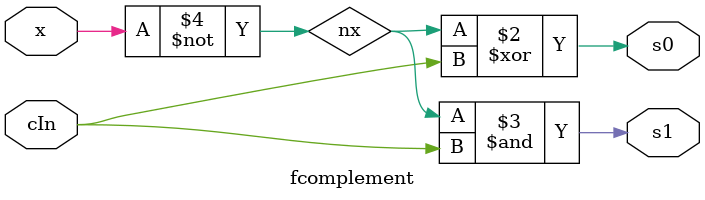
<source format=v>
/*
	Guia_0805.v
	842536 - Mateus Henrique Medeiros Diniz
*/

module Guia_0805;
	reg [5 : 0] x;
	wire [6 : 0] complement;
	wire [5 : 0] carry;
	
	fcomplement fc0(carry[0], complement[0], x[0], 1'b1);
	fcomplement fc1(carry[1], complement[1], x[1], carry[0]);
	fcomplement fc2(carry[2], complement[2], x[2], carry[1]);
	fcomplement fc3(carry[3], complement[3], x[3], carry[2]);
	fcomplement fc4(carry[4], complement[4], x[4], carry[3]);
	fcomplement fc5(carry[5], complement[5], x[5], carry[4]);
	fcomplement fc6(carry[5], complement[6], 1'b1, 1'b1);
	
	initial 
	begin: main
		integer i;
	
		x = 6'b000000;
	
		$monitor("%b -> %b", x, complement);
		
		for(i = 0; i < 64; i++)begin
			#1
			
			if((i + 1) % 2 == 0) begin
				x[0] = ~x[0];
			end
			
			if((i + 1) % 4 == 0) begin
				x[1] = ~x[1];
			end
			
			if((i + 1) % 8 == 0) begin
				x[2] = ~x[2];
			end
			
			if((i + 1) % 16 == 0) begin
				x[3] = ~x[3];
			end
			
			if((i + 1) % 32 == 0) begin
				x[4] = ~x[4];
			end
			
			if((i + 1) % 64 == 0) begin
				x[5] = ~x[5];
			end
		end
	end
endmodule

module fcomplement (output s1, s0, input x, cIn);
	wire nx;
	
	not NOT1(nx, x);
	xor XOR1(s0, nx, cIn);
	and AND1(s1, nx, cIn);
endmodule
</source>
